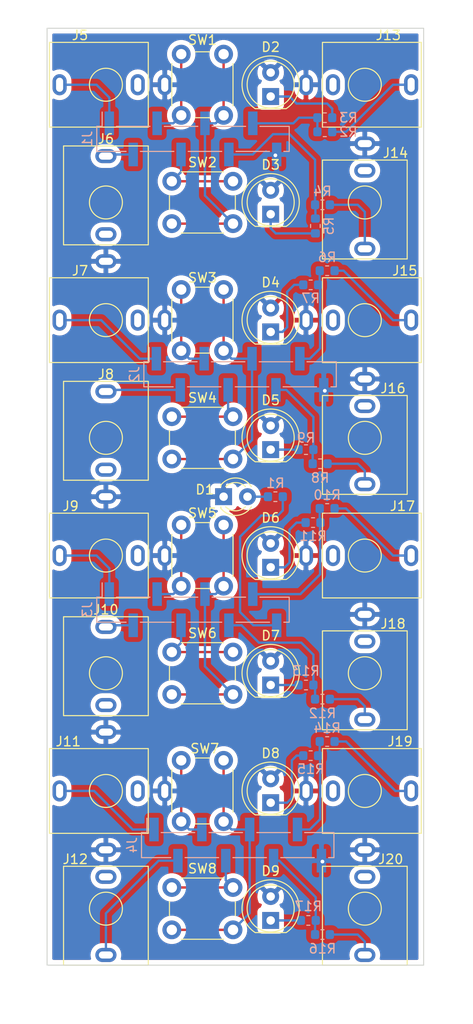
<source format=kicad_pcb>
(kicad_pcb (version 20171130) (host pcbnew "(5.1.6)-1")
  (layers (0 F.Cu signal) (31 B.Cu signal) (34 B.Paste user) (35 F.Paste user) (36 B.SilkS user) (37 F.SilkS user) (38 B.Mask user) (39 F.Mask user) (44 Edge.Cuts user))
  (net 0 "")
  (net 1 "Net-(D1-Pad2)")
  (net 2 GND)
  (net 3 "Net-(D2-Pad1)")
  (net 4 "Net-(D3-Pad1)")
  (net 5 "Net-(D4-Pad1)")
  (net 6 "Net-(D5-Pad1)")
  (net 7 "Net-(D6-Pad1)")
  (net 8 "Net-(D7-Pad1)")
  (net 9 "Net-(D8-Pad1)")
  (net 10 "Net-(D9-Pad1)")
  (net 11 JackO2)
  (net 12 Butt2)
  (net 13 JackI2)
  (net 14 JackO1)
  (net 15 ButtSel1)
  (net 16 Butt1)
  (net 17 JackI1)
  (net 18 JackO4)
  (net 19 Butt4)
  (net 20 JackI4)
  (net 21 JackO3)
  (net 22 ButtSel2)
  (net 23 Butt3)
  (net 24 JackI3)
  (net 25 "Net-(J3-Pad8)")
  (net 26 JackO6)
  (net 27 Butt6)
  (net 28 JackI6)
  (net 29 JackO5)
  (net 30 ButtSel3)
  (net 31 Butt5)
  (net 32 JackI5)
  (net 33 JackO8)
  (net 34 Butt8)
  (net 35 JackI8)
  (net 36 JackO7)
  (net 37 ButtSel4)
  (net 38 Butt7)
  (net 39 JackI7)
  (net 40 "Net-(J13-PadT)")
  (net 41 "Net-(J14-PadT)")
  (net 42 "Net-(J15-PadT)")
  (net 43 "Net-(J16-PadT)")
  (net 44 "Net-(J17-PadT)")
  (net 45 "Net-(J18-PadT)")
  (net 46 "Net-(J19-PadT)")
  (net 47 "Net-(J20-PadT)")
  (module CustomLib:PJ398SM (layer F.Cu) (at 83.5 119 180)
    (fp_text reference J18 (at -3 5.25) (layer F.SilkS))
    (fp_text value AudioJack2)
    (pad S thru_hole oval (at 0 6.25 180) (size 2.25 1.5) (drill oval 1.5 0.75) (layers *.Cu *.Mask) (net 2 GND))
    (pad TN thru_hole oval (at 0 3.38 180) (size 2.25 1.5) (drill oval 1.5 0.75) (layers *.Cu *.Mask))
    (pad T thru_hole oval (at 0 -4.92 180) (size 2.25 1.5) (drill oval 1.5 0.75) (layers *.Cu *.Mask) (net 45 "Net-(J18-PadT)"))
  )
  (module Connector_PinHeader_2.54mm:PinHeader_1x08_P2.54mm_Vertical_SMD_Pin1Left (layer B.Cu) (at 65.25 62.25 270)
    (fp_text reference J1 (at 0 11.22 90) (layer B.SilkS) (effects (justify mirror)))
    (fp_text value Conn_01x08_Male)
    (pad 8 smd rect (at 1.655 -8.89 270) (size 2.51 1) (layers B.Cu B.Paste B.Mask) (net 2 GND))
    (pad 6 smd rect (at 1.655 -3.81 270) (size 2.51 1) (layers B.Cu B.Paste B.Mask) (net 11 JackO2))
    (pad 4 smd rect (at 1.655 1.27 270) (size 2.51 1) (layers B.Cu B.Paste B.Mask) (net 12 Butt2))
    (pad 2 smd rect (at 1.655 6.35 270) (size 2.51 1) (layers B.Cu B.Paste B.Mask) (net 13 JackI2))
    (pad 7 smd rect (at -1.655 -6.35 270) (size 2.51 1) (layers B.Cu B.Paste B.Mask) (net 14 JackO1))
    (pad 5 smd rect (at -1.655 -1.27 270) (size 2.51 1) (layers B.Cu B.Paste B.Mask) (net 15 ButtSel1))
    (pad 3 smd rect (at -1.655 3.81 270) (size 2.51 1) (layers B.Cu B.Paste B.Mask) (net 16 Butt1))
    (pad 1 smd rect (at -1.655 8.89 270) (size 2.51 1) (layers B.Cu B.Paste B.Mask) (net 17 JackI1))
  )
  (module CustomLib:PJ398SM (layer F.Cu) (at 83.5 144 180)
    (fp_text reference J20 (at -2.75 5.25) (layer F.SilkS))
    (fp_text value AudioJack2)
    (pad S thru_hole oval (at 0 6.25 180) (size 2.25 1.5) (drill oval 1.5 0.75) (layers *.Cu *.Mask) (net 2 GND))
    (pad TN thru_hole oval (at 0 3.38 180) (size 2.25 1.5) (drill oval 1.5 0.75) (layers *.Cu *.Mask))
    (pad T thru_hole oval (at 0 -4.92 180) (size 2.25 1.5) (drill oval 1.5 0.75) (layers *.Cu *.Mask) (net 47 "Net-(J20-PadT)"))
  )
  (module CustomLib:PJ398SM (layer F.Cu) (at 83.5 131.5 270)
    (fp_text reference J19 (at -5.25 -3.75 180) (layer F.SilkS))
    (fp_text value AudioJack2)
    (pad S thru_hole oval (at 0 6.25 270) (size 2.25 1.5) (drill oval 1.5 0.75) (layers *.Cu *.Mask) (net 2 GND))
    (pad TN thru_hole oval (at 0 3.38 270) (size 2.25 1.5) (drill oval 1.5 0.75) (layers *.Cu *.Mask))
    (pad T thru_hole oval (at 0 -4.92 270) (size 2.25 1.5) (drill oval 1.5 0.75) (layers *.Cu *.Mask) (net 46 "Net-(J19-PadT)"))
  )
  (module CustomLib:PJ398SM (layer F.Cu) (at 83.5 106.5 270)
    (fp_text reference J17 (at -5.25 -4 180) (layer F.SilkS))
    (fp_text value AudioJack2)
    (pad S thru_hole oval (at 0 6.25 270) (size 2.25 1.5) (drill oval 1.5 0.75) (layers *.Cu *.Mask) (net 2 GND))
    (pad TN thru_hole oval (at 0 3.38 270) (size 2.25 1.5) (drill oval 1.5 0.75) (layers *.Cu *.Mask))
    (pad T thru_hole oval (at 0 -4.92 270) (size 2.25 1.5) (drill oval 1.5 0.75) (layers *.Cu *.Mask) (net 44 "Net-(J17-PadT)"))
  )
  (module CustomLib:PJ398SM (layer F.Cu) (at 83.5 94 180)
    (fp_text reference J16 (at -3 5.25) (layer F.SilkS))
    (fp_text value AudioJack2)
    (pad S thru_hole oval (at 0 6.25 180) (size 2.25 1.5) (drill oval 1.5 0.75) (layers *.Cu *.Mask) (net 2 GND))
    (pad TN thru_hole oval (at 0 3.38 180) (size 2.25 1.5) (drill oval 1.5 0.75) (layers *.Cu *.Mask))
    (pad T thru_hole oval (at 0 -4.92 180) (size 2.25 1.5) (drill oval 1.5 0.75) (layers *.Cu *.Mask) (net 43 "Net-(J16-PadT)"))
  )
  (module CustomLib:PJ398SM (layer F.Cu) (at 83.5 81.5 270)
    (fp_text reference J15 (at -5.25 -4.25 180) (layer F.SilkS))
    (fp_text value AudioJack2)
    (pad S thru_hole oval (at 0 6.25 270) (size 2.25 1.5) (drill oval 1.5 0.75) (layers *.Cu *.Mask) (net 2 GND))
    (pad TN thru_hole oval (at 0 3.38 270) (size 2.25 1.5) (drill oval 1.5 0.75) (layers *.Cu *.Mask))
    (pad T thru_hole oval (at 0 -4.92 270) (size 2.25 1.5) (drill oval 1.5 0.75) (layers *.Cu *.Mask) (net 42 "Net-(J15-PadT)"))
  )
  (module CustomLib:PJ398SM (layer F.Cu) (at 83.5 69 180)
    (fp_text reference J14 (at -3.25 5.25) (layer F.SilkS))
    (fp_text value AudioJack2)
    (pad S thru_hole oval (at 0 6.25 180) (size 2.25 1.5) (drill oval 1.5 0.75) (layers *.Cu *.Mask) (net 2 GND))
    (pad TN thru_hole oval (at 0 3.38 180) (size 2.25 1.5) (drill oval 1.5 0.75) (layers *.Cu *.Mask))
    (pad T thru_hole oval (at 0 -4.92 180) (size 2.25 1.5) (drill oval 1.5 0.75) (layers *.Cu *.Mask) (net 41 "Net-(J14-PadT)"))
  )
  (module CustomLib:PJ398SM (layer F.Cu) (at 83.5 56.5 270)
    (fp_text reference J13 (at -5.25 -2.5 180) (layer F.SilkS))
    (fp_text value AudioJack2)
    (pad S thru_hole oval (at 0 6.25 270) (size 2.25 1.5) (drill oval 1.5 0.75) (layers *.Cu *.Mask) (net 2 GND))
    (pad TN thru_hole oval (at 0 3.38 270) (size 2.25 1.5) (drill oval 1.5 0.75) (layers *.Cu *.Mask))
    (pad T thru_hole oval (at 0 -4.92 270) (size 2.25 1.5) (drill oval 1.5 0.75) (layers *.Cu *.Mask) (net 40 "Net-(J13-PadT)"))
  )
  (module CustomLib:PJ398SM (layer F.Cu) (at 56 144 180)
    (fp_text reference J12 (at 3.25 5.25) (layer F.SilkS))
    (fp_text value AudioJack2)
    (pad S thru_hole oval (at 0 6.25 180) (size 2.25 1.5) (drill oval 1.5 0.75) (layers *.Cu *.Mask) (net 2 GND))
    (pad TN thru_hole oval (at 0 3.38 180) (size 2.25 1.5) (drill oval 1.5 0.75) (layers *.Cu *.Mask))
    (pad T thru_hole oval (at 0 -4.92 180) (size 2.25 1.5) (drill oval 1.5 0.75) (layers *.Cu *.Mask) (net 35 JackI8))
  )
  (module CustomLib:PJ398SM (layer F.Cu) (at 56 131.5 90)
    (fp_text reference J11 (at 5.25 -4 180) (layer F.SilkS))
    (fp_text value AudioJack2)
    (pad S thru_hole oval (at 0 6.25 90) (size 2.25 1.5) (drill oval 1.5 0.75) (layers *.Cu *.Mask) (net 2 GND))
    (pad TN thru_hole oval (at 0 3.38 90) (size 2.25 1.5) (drill oval 1.5 0.75) (layers *.Cu *.Mask))
    (pad T thru_hole oval (at 0 -4.92 90) (size 2.25 1.5) (drill oval 1.5 0.75) (layers *.Cu *.Mask) (net 39 JackI7))
  )
  (module CustomLib:PJ398SM (layer F.Cu) (at 56 119)
    (fp_text reference J10 (at 0 -6.75) (layer F.SilkS))
    (fp_text value AudioJack2)
    (pad S thru_hole oval (at 0 6.25) (size 2.25 1.5) (drill oval 1.5 0.75) (layers *.Cu *.Mask) (net 2 GND))
    (pad TN thru_hole oval (at 0 3.38) (size 2.25 1.5) (drill oval 1.5 0.75) (layers *.Cu *.Mask))
    (pad T thru_hole oval (at 0 -4.92) (size 2.25 1.5) (drill oval 1.5 0.75) (layers *.Cu *.Mask) (net 28 JackI6))
  )
  (module CustomLib:PJ398SM (layer F.Cu) (at 56 106.5 90)
    (fp_text reference J9 (at 5.25 -3.75 180) (layer F.SilkS))
    (fp_text value AudioJack2)
    (pad S thru_hole oval (at 0 6.25 90) (size 2.25 1.5) (drill oval 1.5 0.75) (layers *.Cu *.Mask) (net 2 GND))
    (pad TN thru_hole oval (at 0 3.38 90) (size 2.25 1.5) (drill oval 1.5 0.75) (layers *.Cu *.Mask))
    (pad T thru_hole oval (at 0 -4.92 90) (size 2.25 1.5) (drill oval 1.5 0.75) (layers *.Cu *.Mask) (net 32 JackI5))
  )
  (module CustomLib:PJ398SM (layer F.Cu) (at 56 94)
    (fp_text reference J8 (at 0 -6.75) (layer F.SilkS))
    (fp_text value AudioJack2)
    (pad S thru_hole oval (at 0 6.25) (size 2.25 1.5) (drill oval 1.5 0.75) (layers *.Cu *.Mask) (net 2 GND))
    (pad TN thru_hole oval (at 0 3.38) (size 2.25 1.5) (drill oval 1.5 0.75) (layers *.Cu *.Mask))
    (pad T thru_hole oval (at 0 -4.92) (size 2.25 1.5) (drill oval 1.5 0.75) (layers *.Cu *.Mask) (net 20 JackI4))
  )
  (module CustomLib:PJ398SM (layer F.Cu) (at 56 81.5 90)
    (fp_text reference J7 (at 5.25 -2.75 180) (layer F.SilkS))
    (fp_text value AudioJack2)
    (pad S thru_hole oval (at 0 6.25 90) (size 2.25 1.5) (drill oval 1.5 0.75) (layers *.Cu *.Mask) (net 2 GND))
    (pad TN thru_hole oval (at 0 3.38 90) (size 2.25 1.5) (drill oval 1.5 0.75) (layers *.Cu *.Mask))
    (pad T thru_hole oval (at 0 -4.92 90) (size 2.25 1.5) (drill oval 1.5 0.75) (layers *.Cu *.Mask) (net 24 JackI3))
  )
  (module CustomLib:PJ398SM (layer F.Cu) (at 56 69)
    (fp_text reference J6 (at 0 -6.75) (layer F.SilkS))
    (fp_text value AudioJack2)
    (pad S thru_hole oval (at 0 6.25) (size 2.25 1.5) (drill oval 1.5 0.75) (layers *.Cu *.Mask) (net 2 GND))
    (pad TN thru_hole oval (at 0 3.38) (size 2.25 1.5) (drill oval 1.5 0.75) (layers *.Cu *.Mask))
    (pad T thru_hole oval (at 0 -4.92) (size 2.25 1.5) (drill oval 1.5 0.75) (layers *.Cu *.Mask) (net 13 JackI2))
  )
  (module CustomLib:PJ398SM (layer F.Cu) (at 56 56.5 90)
    (fp_text reference J5 (at 5.25 -2.75 180) (layer F.SilkS))
    (fp_text value AudioJack2)
    (pad S thru_hole oval (at 0 6.25 90) (size 2.25 1.5) (drill oval 1.5 0.75) (layers *.Cu *.Mask) (net 2 GND))
    (pad TN thru_hole oval (at 0 3.38 90) (size 2.25 1.5) (drill oval 1.5 0.75) (layers *.Cu *.Mask))
    (pad T thru_hole oval (at 0 -4.92 90) (size 2.25 1.5) (drill oval 1.5 0.75) (layers *.Cu *.Mask) (net 17 JackI1))
  )
  (module LED_THT:LED_D5.0mm_FlatTop (layer F.Cu) (at 73.5 145.25 90)
    (fp_text reference D9 (at 5.25 0 180) (layer F.SilkS))
    (fp_text value LED_RG)
    (pad 2 thru_hole circle (at 2.54 0 90) (size 1.8 1.8) (drill 0.9) (layers *.Cu *.Mask) (net 2 GND))
    (pad 1 thru_hole rect (at 0 0 90) (size 1.8 1.8) (drill 0.9) (layers *.Cu *.Mask) (net 10 "Net-(D9-Pad1)"))
  )
  (module LED_THT:LED_D5.0mm_FlatTop (layer F.Cu) (at 73.5 132.75 90)
    (fp_text reference D8 (at 5.25 0 180) (layer F.SilkS))
    (fp_text value LED_RG)
    (pad 2 thru_hole circle (at 2.54 0 90) (size 1.8 1.8) (drill 0.9) (layers *.Cu *.Mask) (net 2 GND))
    (pad 1 thru_hole rect (at 0 0 90) (size 1.8 1.8) (drill 0.9) (layers *.Cu *.Mask) (net 9 "Net-(D8-Pad1)"))
  )
  (module LED_THT:LED_D5.0mm_FlatTop (layer F.Cu) (at 73.5 120.25 90)
    (fp_text reference D7 (at 5.25 0 180) (layer F.SilkS))
    (fp_text value LED_RG)
    (pad 2 thru_hole circle (at 2.54 0 90) (size 1.8 1.8) (drill 0.9) (layers *.Cu *.Mask) (net 2 GND))
    (pad 1 thru_hole rect (at 0 0 90) (size 1.8 1.8) (drill 0.9) (layers *.Cu *.Mask) (net 8 "Net-(D7-Pad1)"))
  )
  (module LED_THT:LED_D5.0mm_FlatTop (layer F.Cu) (at 73.5 107.75 90)
    (fp_text reference D6 (at 5.25 0 180) (layer F.SilkS))
    (fp_text value LED_RG)
    (pad 2 thru_hole circle (at 2.54 0 90) (size 1.8 1.8) (drill 0.9) (layers *.Cu *.Mask) (net 2 GND))
    (pad 1 thru_hole rect (at 0 0 90) (size 1.8 1.8) (drill 0.9) (layers *.Cu *.Mask) (net 7 "Net-(D6-Pad1)"))
  )
  (module LED_THT:LED_D5.0mm_FlatTop (layer F.Cu) (at 73.5 95.25 90)
    (fp_text reference D5 (at 5.25 0 180) (layer F.SilkS))
    (fp_text value LED_RG)
    (pad 2 thru_hole circle (at 2.54 0 90) (size 1.8 1.8) (drill 0.9) (layers *.Cu *.Mask) (net 2 GND))
    (pad 1 thru_hole rect (at 0 0 90) (size 1.8 1.8) (drill 0.9) (layers *.Cu *.Mask) (net 6 "Net-(D5-Pad1)"))
  )
  (module LED_THT:LED_D5.0mm_FlatTop (layer F.Cu) (at 73.5 82.75 90)
    (fp_text reference D4 (at 5.25 0 180) (layer F.SilkS))
    (fp_text value LED_RG)
    (pad 2 thru_hole circle (at 2.54 0 90) (size 1.8 1.8) (drill 0.9) (layers *.Cu *.Mask) (net 2 GND))
    (pad 1 thru_hole rect (at 0 0 90) (size 1.8 1.8) (drill 0.9) (layers *.Cu *.Mask) (net 5 "Net-(D4-Pad1)"))
  )
  (module LED_THT:LED_D5.0mm_FlatTop (layer F.Cu) (at 73.5 70.25 90)
    (fp_text reference D3 (at 5.25 0 180) (layer F.SilkS))
    (fp_text value LED_RG)
    (pad 2 thru_hole circle (at 2.54 0 90) (size 1.8 1.8) (drill 0.9) (layers *.Cu *.Mask) (net 2 GND))
    (pad 1 thru_hole rect (at 0 0 90) (size 1.8 1.8) (drill 0.9) (layers *.Cu *.Mask) (net 4 "Net-(D3-Pad1)"))
  )
  (module LED_THT:LED_D5.0mm_FlatTop (layer F.Cu) (at 73.5 57.75 90)
    (fp_text reference D2 (at 5.25 0 180) (layer F.SilkS))
    (fp_text value LED_RG)
    (pad 2 thru_hole circle (at 2.54 0 90) (size 1.8 1.8) (drill 0.9) (layers *.Cu *.Mask) (net 2 GND))
    (pad 1 thru_hole rect (at 0 0 90) (size 1.8 1.8) (drill 0.9) (layers *.Cu *.Mask) (net 3 "Net-(D2-Pad1)"))
  )
  (module Button_Switch_THT:SW_PUSH_6mm_H13mm (layer F.Cu) (at 63 141.75)
    (fp_text reference SW8 (at 3.25 -2) (layer F.SilkS))
    (fp_text value SW_SPST)
    (pad 1 thru_hole circle (at 6.5 0 90) (size 2 2) (drill 1.1) (layers *.Cu *.Mask) (net 34 Butt8))
    (pad 2 thru_hole circle (at 6.5 4.5 90) (size 2 2) (drill 1.1) (layers *.Cu *.Mask) (net 37 ButtSel4))
    (pad 1 thru_hole circle (at 0 0 90) (size 2 2) (drill 1.1) (layers *.Cu *.Mask) (net 34 Butt8))
    (pad 2 thru_hole circle (at 0 4.5 90) (size 2 2) (drill 1.1) (layers *.Cu *.Mask) (net 37 ButtSel4))
  )
  (module Button_Switch_THT:SW_PUSH_6mm_H13mm (layer F.Cu) (at 64 134.75 90)
    (fp_text reference SW7 (at 7.75 2.5 180) (layer F.SilkS))
    (fp_text value SW_SPST)
    (pad 1 thru_hole circle (at 6.5 0 180) (size 2 2) (drill 1.1) (layers *.Cu *.Mask) (net 38 Butt7))
    (pad 2 thru_hole circle (at 6.5 4.5 180) (size 2 2) (drill 1.1) (layers *.Cu *.Mask) (net 37 ButtSel4))
    (pad 1 thru_hole circle (at 0 0 180) (size 2 2) (drill 1.1) (layers *.Cu *.Mask) (net 38 Butt7))
    (pad 2 thru_hole circle (at 0 4.5 180) (size 2 2) (drill 1.1) (layers *.Cu *.Mask) (net 37 ButtSel4))
  )
  (module Button_Switch_THT:SW_PUSH_6mm_H13mm (layer F.Cu) (at 63 116.75)
    (fp_text reference SW6 (at 3.25 -2) (layer F.SilkS))
    (fp_text value SW_SPST)
    (pad 1 thru_hole circle (at 6.5 0 90) (size 2 2) (drill 1.1) (layers *.Cu *.Mask) (net 27 Butt6))
    (pad 2 thru_hole circle (at 6.5 4.5 90) (size 2 2) (drill 1.1) (layers *.Cu *.Mask) (net 30 ButtSel3))
    (pad 1 thru_hole circle (at 0 0 90) (size 2 2) (drill 1.1) (layers *.Cu *.Mask) (net 27 Butt6))
    (pad 2 thru_hole circle (at 0 4.5 90) (size 2 2) (drill 1.1) (layers *.Cu *.Mask) (net 30 ButtSel3))
  )
  (module Button_Switch_THT:SW_PUSH_6mm_H13mm (layer F.Cu) (at 64 109.75 90)
    (fp_text reference SW5 (at 7.75 2.25 180) (layer F.SilkS))
    (fp_text value SW_SPST)
    (pad 1 thru_hole circle (at 6.5 0 180) (size 2 2) (drill 1.1) (layers *.Cu *.Mask) (net 31 Butt5))
    (pad 2 thru_hole circle (at 6.5 4.5 180) (size 2 2) (drill 1.1) (layers *.Cu *.Mask) (net 30 ButtSel3))
    (pad 1 thru_hole circle (at 0 0 180) (size 2 2) (drill 1.1) (layers *.Cu *.Mask) (net 31 Butt5))
    (pad 2 thru_hole circle (at 0 4.5 180) (size 2 2) (drill 1.1) (layers *.Cu *.Mask) (net 30 ButtSel3))
  )
  (module Button_Switch_THT:SW_PUSH_6mm_H13mm (layer F.Cu) (at 63 91.75)
    (fp_text reference SW4 (at 3.25 -2) (layer F.SilkS))
    (fp_text value SW_SPST)
    (pad 1 thru_hole circle (at 6.5 0 90) (size 2 2) (drill 1.1) (layers *.Cu *.Mask) (net 19 Butt4))
    (pad 2 thru_hole circle (at 6.5 4.5 90) (size 2 2) (drill 1.1) (layers *.Cu *.Mask) (net 22 ButtSel2))
    (pad 1 thru_hole circle (at 0 0 90) (size 2 2) (drill 1.1) (layers *.Cu *.Mask) (net 19 Butt4))
    (pad 2 thru_hole circle (at 0 4.5 90) (size 2 2) (drill 1.1) (layers *.Cu *.Mask) (net 22 ButtSel2))
  )
  (module Button_Switch_THT:SW_PUSH_6mm_H13mm (layer F.Cu) (at 64 84.75 90)
    (fp_text reference SW3 (at 7.75 2.25 180) (layer F.SilkS))
    (fp_text value SW_SPST)
    (pad 1 thru_hole circle (at 6.5 0 180) (size 2 2) (drill 1.1) (layers *.Cu *.Mask) (net 23 Butt3))
    (pad 2 thru_hole circle (at 6.5 4.5 180) (size 2 2) (drill 1.1) (layers *.Cu *.Mask) (net 22 ButtSel2))
    (pad 1 thru_hole circle (at 0 0 180) (size 2 2) (drill 1.1) (layers *.Cu *.Mask) (net 23 Butt3))
    (pad 2 thru_hole circle (at 0 4.5 180) (size 2 2) (drill 1.1) (layers *.Cu *.Mask) (net 22 ButtSel2))
  )
  (module Button_Switch_THT:SW_PUSH_6mm_H13mm (layer F.Cu) (at 63 66.75)
    (fp_text reference SW2 (at 3.25 -2) (layer F.SilkS))
    (fp_text value SW_SPST)
    (pad 1 thru_hole circle (at 6.5 0 90) (size 2 2) (drill 1.1) (layers *.Cu *.Mask) (net 12 Butt2))
    (pad 2 thru_hole circle (at 6.5 4.5 90) (size 2 2) (drill 1.1) (layers *.Cu *.Mask) (net 15 ButtSel1))
    (pad 1 thru_hole circle (at 0 0 90) (size 2 2) (drill 1.1) (layers *.Cu *.Mask) (net 12 Butt2))
    (pad 2 thru_hole circle (at 0 4.5 90) (size 2 2) (drill 1.1) (layers *.Cu *.Mask) (net 15 ButtSel1))
  )
  (module Button_Switch_THT:SW_PUSH_6mm_H13mm (layer F.Cu) (at 64 59.75 90)
    (fp_text reference SW1 (at 8 2.25 180) (layer F.SilkS))
    (fp_text value SW_SPST)
    (pad 1 thru_hole circle (at 6.5 0 180) (size 2 2) (drill 1.1) (layers *.Cu *.Mask) (net 16 Butt1))
    (pad 2 thru_hole circle (at 6.5 4.5 180) (size 2 2) (drill 1.1) (layers *.Cu *.Mask) (net 15 ButtSel1))
    (pad 1 thru_hole circle (at 0 0 180) (size 2 2) (drill 1.1) (layers *.Cu *.Mask) (net 16 Butt1))
    (pad 2 thru_hole circle (at 0 4.5 180) (size 2 2) (drill 1.1) (layers *.Cu *.Mask) (net 15 ButtSel1))
  )
  (module Resistor_SMD:R_0603_1608Metric (layer B.Cu) (at 77.5 145.25)
    (fp_text reference R17 (at 0 -1.5) (layer B.SilkS) (effects (justify mirror)))
    (fp_text value 1k)
    (pad 2 smd roundrect (at 0.7875 0) (size 0.875 0.95) (layers B.Cu B.Paste B.Mask) (net 33 JackO8))
    (pad 1 smd roundrect (at -0.7875 0) (size 0.875 0.95) (layers B.Cu B.Paste B.Mask) (net 10 "Net-(D9-Pad1)"))
  )
  (module Resistor_SMD:R_0603_1608Metric (layer B.Cu) (at 79 146.75 180)
    (fp_text reference R16 (at 0 -1.5) (layer B.SilkS) (effects (justify mirror)))
    (fp_text value 1k)
    (pad 2 smd roundrect (at 0.7875 0 180) (size 0.875 0.95) (layers B.Cu B.Paste B.Mask) (net 33 JackO8))
    (pad 1 smd roundrect (at -0.7875 0 180) (size 0.875 0.95) (layers B.Cu B.Paste B.Mask) (net 47 "Net-(J20-PadT)"))
  )
  (module Resistor_SMD:R_0603_1608Metric (layer B.Cu) (at 77.75 127.75)
    (fp_text reference R15 (at 0 1.43) (layer B.SilkS) (effects (justify mirror)))
    (fp_text value 1k)
    (pad 2 smd roundrect (at 0.7875 0) (size 0.875 0.95) (layers B.Cu B.Paste B.Mask) (net 36 JackO7))
    (pad 1 smd roundrect (at -0.7875 0) (size 0.875 0.95) (layers B.Cu B.Paste B.Mask) (net 9 "Net-(D8-Pad1)"))
  )
  (module Resistor_SMD:R_0603_1608Metric (layer B.Cu) (at 79.5 126.25 180)
    (fp_text reference R14 (at 0 1.43) (layer B.SilkS) (effects (justify mirror)))
    (fp_text value 1k)
    (pad 2 smd roundrect (at 0.7875 0 180) (size 0.875 0.95) (layers B.Cu B.Paste B.Mask) (net 36 JackO7))
    (pad 1 smd roundrect (at -0.7875 0 180) (size 0.875 0.95) (layers B.Cu B.Paste B.Mask) (net 46 "Net-(J19-PadT)"))
  )
  (module Resistor_SMD:R_0603_1608Metric (layer B.Cu) (at 77.25 120.25)
    (fp_text reference R13 (at 0 -1.5) (layer B.SilkS) (effects (justify mirror)))
    (fp_text value 1k)
    (pad 2 smd roundrect (at 0.7875 0) (size 0.875 0.95) (layers B.Cu B.Paste B.Mask) (net 26 JackO6))
    (pad 1 smd roundrect (at -0.7875 0) (size 0.875 0.95) (layers B.Cu B.Paste B.Mask) (net 8 "Net-(D7-Pad1)"))
  )
  (module Resistor_SMD:R_0603_1608Metric (layer B.Cu) (at 79 121.75 180)
    (fp_text reference R12 (at 0 -1.5) (layer B.SilkS) (effects (justify mirror)))
    (fp_text value 1k)
    (pad 2 smd roundrect (at 0.7875 0 180) (size 0.875 0.95) (layers B.Cu B.Paste B.Mask) (net 26 JackO6))
    (pad 1 smd roundrect (at -0.7875 0 180) (size 0.875 0.95) (layers B.Cu B.Paste B.Mask) (net 45 "Net-(J18-PadT)"))
  )
  (module Resistor_SMD:R_0603_1608Metric (layer B.Cu) (at 78 103)
    (fp_text reference R11 (at 0 1.43) (layer B.SilkS) (effects (justify mirror)))
    (fp_text value 1k)
    (pad 2 smd roundrect (at 0.7875 0) (size 0.875 0.95) (layers B.Cu B.Paste B.Mask) (net 29 JackO5))
    (pad 1 smd roundrect (at -0.7875 0) (size 0.875 0.95) (layers B.Cu B.Paste B.Mask) (net 7 "Net-(D6-Pad1)"))
  )
  (module Resistor_SMD:R_0603_1608Metric (layer B.Cu) (at 79.5 101.5 180)
    (fp_text reference R10 (at 0 1.43) (layer B.SilkS) (effects (justify mirror)))
    (fp_text value 1k)
    (pad 2 smd roundrect (at 0.7875 0 180) (size 0.875 0.95) (layers B.Cu B.Paste B.Mask) (net 29 JackO5))
    (pad 1 smd roundrect (at -0.7875 0 180) (size 0.875 0.95) (layers B.Cu B.Paste B.Mask) (net 44 "Net-(J17-PadT)"))
  )
  (module Resistor_SMD:R_0603_1608Metric (layer B.Cu) (at 77.25 95.25)
    (fp_text reference R9 (at 0 -1.25) (layer B.SilkS) (effects (justify mirror)))
    (fp_text value 1k)
    (pad 2 smd roundrect (at 0.7875 0) (size 0.875 0.95) (layers B.Cu B.Paste B.Mask) (net 18 JackO4))
    (pad 1 smd roundrect (at -0.7875 0) (size 0.875 0.95) (layers B.Cu B.Paste B.Mask) (net 6 "Net-(D5-Pad1)"))
  )
  (module Resistor_SMD:R_0603_1608Metric (layer B.Cu) (at 78.75 96.75 180)
    (fp_text reference R8 (at 0 -1.5) (layer B.SilkS) (effects (justify mirror)))
    (fp_text value 1k)
    (pad 2 smd roundrect (at 0.7875 0 180) (size 0.875 0.95) (layers B.Cu B.Paste B.Mask) (net 18 JackO4))
    (pad 1 smd roundrect (at -0.7875 0 180) (size 0.875 0.95) (layers B.Cu B.Paste B.Mask) (net 43 "Net-(J16-PadT)"))
  )
  (module Resistor_SMD:R_0603_1608Metric (layer B.Cu) (at 77.75 77.75)
    (fp_text reference R7 (at 0 1.43) (layer B.SilkS) (effects (justify mirror)))
    (fp_text value 1k)
    (pad 2 smd roundrect (at 0.7875 0) (size 0.875 0.95) (layers B.Cu B.Paste B.Mask) (net 21 JackO3))
    (pad 1 smd roundrect (at -0.7875 0) (size 0.875 0.95) (layers B.Cu B.Paste B.Mask) (net 5 "Net-(D4-Pad1)"))
  )
  (module Resistor_SMD:R_0603_1608Metric (layer B.Cu) (at 79.5 76.25 180)
    (fp_text reference R6 (at 0 1.43) (layer B.SilkS) (effects (justify mirror)))
    (fp_text value 1k)
    (pad 2 smd roundrect (at 0.7875 0 180) (size 0.875 0.95) (layers B.Cu B.Paste B.Mask) (net 21 JackO3))
    (pad 1 smd roundrect (at -0.7875 0 180) (size 0.875 0.95) (layers B.Cu B.Paste B.Mask) (net 42 "Net-(J15-PadT)"))
  )
  (module Resistor_SMD:R_0603_1608Metric (layer B.Cu) (at 78.25 71.5 90)
    (fp_text reference R5 (at 0 1.43 90) (layer B.SilkS) (effects (justify mirror)))
    (fp_text value 1k)
    (pad 2 smd roundrect (at 0.7875 0 90) (size 0.875 0.95) (layers B.Cu B.Paste B.Mask) (net 11 JackO2))
    (pad 1 smd roundrect (at -0.7875 0 90) (size 0.875 0.95) (layers B.Cu B.Paste B.Mask) (net 4 "Net-(D3-Pad1)"))
  )
  (module Resistor_SMD:R_0603_1608Metric (layer B.Cu) (at 79 69.25 180)
    (fp_text reference R4 (at 0 1.43) (layer B.SilkS) (effects (justify mirror)))
    (fp_text value 1k)
    (pad 2 smd roundrect (at 0.7875 0 180) (size 0.875 0.95) (layers B.Cu B.Paste B.Mask) (net 11 JackO2))
    (pad 1 smd roundrect (at -0.7875 0 180) (size 0.875 0.95) (layers B.Cu B.Paste B.Mask) (net 41 "Net-(J14-PadT)"))
  )
  (module Resistor_SMD:R_0603_1608Metric (layer B.Cu) (at 79.25 60 180)
    (fp_text reference R3 (at -2.5 0) (layer B.SilkS) (effects (justify mirror)))
    (fp_text value 1k)
    (pad 2 smd roundrect (at 0.7875 0 180) (size 0.875 0.95) (layers B.Cu B.Paste B.Mask) (net 14 JackO1))
    (pad 1 smd roundrect (at -0.7875 0 180) (size 0.875 0.95) (layers B.Cu B.Paste B.Mask) (net 3 "Net-(D2-Pad1)"))
  )
  (module Resistor_SMD:R_0603_1608Metric (layer B.Cu) (at 79.25 61.5 180)
    (fp_text reference R2 (at -2.5 0) (layer B.SilkS) (effects (justify mirror)))
    (fp_text value 1k)
    (pad 2 smd roundrect (at 0.7875 0 180) (size 0.875 0.95) (layers B.Cu B.Paste B.Mask) (net 14 JackO1))
    (pad 1 smd roundrect (at -0.7875 0 180) (size 0.875 0.95) (layers B.Cu B.Paste B.Mask) (net 40 "Net-(J13-PadT)"))
  )
  (module Resistor_SMD:R_0603_1608Metric (layer B.Cu) (at 74 100.25 180)
    (fp_text reference R1 (at 0 1.43) (layer B.SilkS) (effects (justify mirror)))
    (fp_text value 470)
    (pad 2 smd roundrect (at 0.7875 0 180) (size 0.875 0.95) (layers B.Cu B.Paste B.Mask) (net 1 "Net-(D1-Pad2)"))
    (pad 1 smd roundrect (at -0.7875 0 180) (size 0.875 0.95) (layers B.Cu B.Paste B.Mask) (net 25 "Net-(J3-Pad8)"))
  )
  (module Connector_PinHeader_2.54mm:PinHeader_1x08_P2.54mm_Vertical_SMD_Pin1Left (layer B.Cu) (at 70 137.25 270)
    (fp_text reference J4 (at 0 11.22 90) (layer B.SilkS) (effects (justify mirror)))
    (fp_text value Conn_01x08_Male)
    (pad 8 smd rect (at 1.655 -8.89 270) (size 2.51 1) (layers B.Cu B.Paste B.Mask) (net 2 GND))
    (pad 6 smd rect (at 1.655 -3.81 270) (size 2.51 1) (layers B.Cu B.Paste B.Mask) (net 33 JackO8))
    (pad 4 smd rect (at 1.655 1.27 270) (size 2.51 1) (layers B.Cu B.Paste B.Mask) (net 34 Butt8))
    (pad 2 smd rect (at 1.655 6.35 270) (size 2.51 1) (layers B.Cu B.Paste B.Mask) (net 35 JackI8))
    (pad 7 smd rect (at -1.655 -6.35 270) (size 2.51 1) (layers B.Cu B.Paste B.Mask) (net 36 JackO7))
    (pad 5 smd rect (at -1.655 -1.27 270) (size 2.51 1) (layers B.Cu B.Paste B.Mask) (net 37 ButtSel4))
    (pad 3 smd rect (at -1.655 3.81 270) (size 2.51 1) (layers B.Cu B.Paste B.Mask) (net 38 Butt7))
    (pad 1 smd rect (at -1.655 8.89 270) (size 2.51 1) (layers B.Cu B.Paste B.Mask) (net 39 JackI7))
  )
  (module Connector_PinHeader_2.54mm:PinHeader_1x08_P2.54mm_Vertical_SMD_Pin1Left (layer B.Cu) (at 65.25 112.25 270)
    (fp_text reference J3 (at 0 11.22 90) (layer B.SilkS) (effects (justify mirror)))
    (fp_text value Conn_01x08_Male)
    (pad 8 smd rect (at 1.655 -8.89 270) (size 2.51 1) (layers B.Cu B.Paste B.Mask) (net 25 "Net-(J3-Pad8)"))
    (pad 6 smd rect (at 1.655 -3.81 270) (size 2.51 1) (layers B.Cu B.Paste B.Mask) (net 26 JackO6))
    (pad 4 smd rect (at 1.655 1.27 270) (size 2.51 1) (layers B.Cu B.Paste B.Mask) (net 27 Butt6))
    (pad 2 smd rect (at 1.655 6.35 270) (size 2.51 1) (layers B.Cu B.Paste B.Mask) (net 28 JackI6))
    (pad 7 smd rect (at -1.655 -6.35 270) (size 2.51 1) (layers B.Cu B.Paste B.Mask) (net 29 JackO5))
    (pad 5 smd rect (at -1.655 -1.27 270) (size 2.51 1) (layers B.Cu B.Paste B.Mask) (net 30 ButtSel3))
    (pad 3 smd rect (at -1.655 3.81 270) (size 2.51 1) (layers B.Cu B.Paste B.Mask) (net 31 Butt5))
    (pad 1 smd rect (at -1.655 8.89 270) (size 2.51 1) (layers B.Cu B.Paste B.Mask) (net 32 JackI5))
  )
  (module Connector_PinHeader_2.54mm:PinHeader_1x08_P2.54mm_Vertical_SMD_Pin1Left (layer B.Cu) (at 70.25 87.25 270)
    (fp_text reference J2 (at 0 11.22 90) (layer B.SilkS) (effects (justify mirror)))
    (fp_text value Conn_01x08_Male)
    (pad 8 smd rect (at 1.655 -8.89 270) (size 2.51 1) (layers B.Cu B.Paste B.Mask) (net 2 GND))
    (pad 6 smd rect (at 1.655 -3.81 270) (size 2.51 1) (layers B.Cu B.Paste B.Mask) (net 18 JackO4))
    (pad 4 smd rect (at 1.655 1.27 270) (size 2.51 1) (layers B.Cu B.Paste B.Mask) (net 19 Butt4))
    (pad 2 smd rect (at 1.655 6.35 270) (size 2.51 1) (layers B.Cu B.Paste B.Mask) (net 20 JackI4))
    (pad 7 smd rect (at -1.655 -6.35 270) (size 2.51 1) (layers B.Cu B.Paste B.Mask) (net 21 JackO3))
    (pad 5 smd rect (at -1.655 -1.27 270) (size 2.51 1) (layers B.Cu B.Paste B.Mask) (net 22 ButtSel2))
    (pad 3 smd rect (at -1.655 3.81 270) (size 2.51 1) (layers B.Cu B.Paste B.Mask) (net 23 Butt3))
    (pad 1 smd rect (at -1.655 8.89 270) (size 2.51 1) (layers B.Cu B.Paste B.Mask) (net 24 JackI3))
  )
  (module LED_THT:LED_D3.0mm (layer F.Cu) (at 68.5 100.25)
    (fp_text reference D1 (at -2 -0.75) (layer F.SilkS))
    (fp_text value LED)
    (pad 2 thru_hole circle (at 2.54 0) (size 1.8 1.8) (drill 0.9) (layers *.Cu *.Mask) (net 1 "Net-(D1-Pad2)"))
    (pad 1 thru_hole rect (at 0 0) (size 1.8 1.8) (drill 0.9) (layers *.Cu *.Mask) (net 2 GND))
  )
  (gr_line (start 89.75 150) (end 49.75 150) (layer Edge.Cuts) (width 0.1))
  (gr_line (start 89.75 50.5) (end 89.75 150) (layer Edge.Cuts) (width 0.1))
  (gr_line (start 49.75 50.5) (end 89.75 50.5) (layer Edge.Cuts) (width 0.1))
  (gr_line (start 49.75 150) (end 49.75 50.5) (layer Edge.Cuts) (width 0.1))
  (segment (start 71.04 100.25) (end 73.2125 100.25) (width 0.25) (layer B.Cu) (net 1))
  (via (at 79 139) (size 0.8) (drill 0.4) (layers F.Cu B.Cu) (net 2))
  (via (at 79.25 89) (size 0.8) (drill 0.4) (layers F.Cu B.Cu) (net 2))
  (segment (start 74.14 63.905) (end 74.095 63.905) (width 0.25) (layer B.Cu) (net 2))
  (via (at 74 64) (size 0.8) (drill 0.4) (layers F.Cu B.Cu) (net 2))
  (segment (start 74.095 63.905) (end 74 64) (width 0.25) (layer B.Cu) (net 2))
  (segment (start 73.5 57.75) (end 75.5 57.75) (width 0.25) (layer B.Cu) (net 3))
  (segment (start 75.5 57.75) (end 76.25 58.5) (width 0.25) (layer B.Cu) (net 3))
  (segment (start 76.25 58.5) (end 79.5 58.5) (width 0.25) (layer B.Cu) (net 3))
  (segment (start 80.0375 59.0375) (end 80.0375 60) (width 0.25) (layer B.Cu) (net 3))
  (segment (start 79.5 58.5) (end 80.0375 59.0375) (width 0.25) (layer B.Cu) (net 3))
  (segment (start 78.25 72.2875) (end 74.0375 72.2875) (width 0.25) (layer B.Cu) (net 4))
  (segment (start 73.5 71.75) (end 73.5 70.25) (width 0.25) (layer B.Cu) (net 4))
  (segment (start 74.0375 72.2875) (end 73.5 71.75) (width 0.25) (layer B.Cu) (net 4))
  (segment (start 76.9625 77.75) (end 76 77.75) (width 0.25) (layer B.Cu) (net 5))
  (segment (start 76 77.75) (end 75.25 78.5) (width 0.25) (layer B.Cu) (net 5))
  (segment (start 75.25 78.5) (end 75.25 82.25) (width 0.25) (layer B.Cu) (net 5))
  (segment (start 74.75 82.75) (end 73.5 82.75) (width 0.25) (layer B.Cu) (net 5))
  (segment (start 75.25 82.25) (end 74.75 82.75) (width 0.25) (layer B.Cu) (net 5))
  (segment (start 76.4625 95.25) (end 73.5 95.25) (width 0.25) (layer B.Cu) (net 6))
  (segment (start 77.2125 103) (end 76.25 103) (width 0.25) (layer B.Cu) (net 7))
  (segment (start 76.25 103) (end 75.5 103.75) (width 0.25) (layer B.Cu) (net 7))
  (segment (start 75.5 103.75) (end 75.5 107.25) (width 0.25) (layer B.Cu) (net 7))
  (segment (start 75 107.75) (end 73.5 107.75) (width 0.25) (layer B.Cu) (net 7))
  (segment (start 75.5 107.25) (end 75 107.75) (width 0.25) (layer B.Cu) (net 7))
  (segment (start 76.4625 120.25) (end 73.5 120.25) (width 0.25) (layer B.Cu) (net 8))
  (segment (start 76.9625 127.75) (end 76.25 127.75) (width 0.25) (layer B.Cu) (net 9))
  (segment (start 76.25 127.75) (end 75.75 128.25) (width 0.25) (layer B.Cu) (net 9))
  (segment (start 75.75 128.25) (end 75.75 132.25) (width 0.25) (layer B.Cu) (net 9))
  (segment (start 75.25 132.75) (end 73.5 132.75) (width 0.25) (layer B.Cu) (net 9))
  (segment (start 75.75 132.25) (end 75.25 132.75) (width 0.25) (layer B.Cu) (net 9))
  (segment (start 76.7125 145.25) (end 73.5 145.25) (width 0.25) (layer B.Cu) (net 10))
  (segment (start 69.06 63.905) (end 71.595 63.905) (width 0.25) (layer B.Cu) (net 11))
  (segment (start 71.595 63.905) (end 73.75 61.75) (width 0.25) (layer B.Cu) (net 11))
  (segment (start 73.75 61.75) (end 75.5 61.75) (width 0.25) (layer B.Cu) (net 11))
  (segment (start 78.2125 64.4625) (end 78.2125 69.25) (width 0.25) (layer B.Cu) (net 11))
  (segment (start 75.5 61.75) (end 78.2125 64.4625) (width 0.25) (layer B.Cu) (net 11))
  (segment (start 78.25 69.2875) (end 78.2125 69.25) (width 0.25) (layer B.Cu) (net 11))
  (segment (start 78.25 70.7125) (end 78.25 69.2875) (width 0.25) (layer B.Cu) (net 11))
  (segment (start 63.98 65.77) (end 63 66.75) (width 0.25) (layer B.Cu) (net 12))
  (segment (start 63.98 63.905) (end 63.98 65.77) (width 0.25) (layer B.Cu) (net 12))
  (segment (start 63 66.75) (end 69.5 66.75) (width 0.25) (layer F.Cu) (net 12))
  (segment (start 56.175 63.905) (end 56 64.08) (width 0.25) (layer B.Cu) (net 13))
  (segment (start 58.9 63.905) (end 56.175 63.905) (width 0.25) (layer B.Cu) (net 13))
  (segment (start 78.4625 61.5) (end 78.4625 60) (width 0.25) (layer B.Cu) (net 14))
  (segment (start 71.6 60.595) (end 75.905 60.595) (width 0.25) (layer B.Cu) (net 14))
  (segment (start 76.5 60) (end 78.4625 60) (width 0.25) (layer B.Cu) (net 14))
  (segment (start 75.905 60.595) (end 76.5 60) (width 0.25) (layer B.Cu) (net 14))
  (segment (start 67.655 60.595) (end 68.5 59.75) (width 0.25) (layer B.Cu) (net 15))
  (segment (start 66.52 60.595) (end 67.655 60.595) (width 0.25) (layer B.Cu) (net 15))
  (segment (start 66.52 68.27) (end 69.5 71.25) (width 0.25) (layer B.Cu) (net 15))
  (segment (start 66.52 60.595) (end 66.52 68.27) (width 0.25) (layer B.Cu) (net 15))
  (segment (start 68.5 53.25) (end 68.5 59.75) (width 0.25) (layer F.Cu) (net 15))
  (segment (start 69.5 71.25) (end 63 71.25) (width 0.25) (layer F.Cu) (net 15))
  (segment (start 63.155 60.595) (end 64 59.75) (width 0.25) (layer B.Cu) (net 16))
  (segment (start 61.44 60.595) (end 63.155 60.595) (width 0.25) (layer B.Cu) (net 16))
  (segment (start 64 53.25) (end 64 59.75) (width 0.25) (layer F.Cu) (net 16))
  (segment (start 56.36 60.595) (end 56.36 57.86) (width 0.25) (layer B.Cu) (net 17))
  (segment (start 55 56.5) (end 51.08 56.5) (width 0.25) (layer B.Cu) (net 17))
  (segment (start 56.36 57.86) (end 55 56.5) (width 0.25) (layer B.Cu) (net 17))
  (segment (start 74.06 88.905) (end 75.155 88.905) (width 0.25) (layer B.Cu) (net 18))
  (segment (start 78.0375 91.7875) (end 78.0375 95.25) (width 0.25) (layer B.Cu) (net 18))
  (segment (start 75.155 88.905) (end 78.0375 91.7875) (width 0.25) (layer B.Cu) (net 18))
  (segment (start 77.9625 95.325) (end 78.0375 95.25) (width 0.25) (layer B.Cu) (net 18))
  (segment (start 77.9625 96.75) (end 77.9625 95.325) (width 0.25) (layer B.Cu) (net 18))
  (segment (start 63 91.75) (end 69.5 91.75) (width 0.25) (layer F.Cu) (net 19))
  (segment (start 68.98 91.23) (end 69.5 91.75) (width 0.25) (layer B.Cu) (net 19))
  (segment (start 68.98 88.905) (end 68.98 91.23) (width 0.25) (layer B.Cu) (net 19))
  (segment (start 56.175 88.905) (end 56 89.08) (width 0.25) (layer B.Cu) (net 20))
  (segment (start 63.9 88.905) (end 56.175 88.905) (width 0.25) (layer B.Cu) (net 20))
  (segment (start 76.6 85.595) (end 77.655 85.595) (width 0.25) (layer B.Cu) (net 21))
  (segment (start 77.655 85.595) (end 78.75 84.5) (width 0.25) (layer B.Cu) (net 21))
  (segment (start 78.75 77.9625) (end 78.5375 77.75) (width 0.25) (layer B.Cu) (net 21))
  (segment (start 78.75 84.5) (end 78.75 77.9625) (width 0.25) (layer B.Cu) (net 21))
  (segment (start 78.7125 77.575) (end 78.5375 77.75) (width 0.25) (layer B.Cu) (net 21))
  (segment (start 78.7125 76.25) (end 78.7125 77.575) (width 0.25) (layer B.Cu) (net 21))
  (segment (start 68.5 78.25) (end 68.5 84.75) (width 0.25) (layer F.Cu) (net 22))
  (segment (start 69.5 96.25) (end 63 96.25) (width 0.25) (layer F.Cu) (net 22))
  (segment (start 69.345 85.595) (end 68.5 84.75) (width 0.25) (layer B.Cu) (net 22))
  (segment (start 71.52 85.595) (end 69.345 85.595) (width 0.25) (layer B.Cu) (net 22))
  (segment (start 71.52 94.23) (end 69.5 96.25) (width 0.25) (layer B.Cu) (net 22))
  (segment (start 71.52 85.595) (end 71.52 94.23) (width 0.25) (layer B.Cu) (net 22))
  (segment (start 64 84.75) (end 64 78.25) (width 0.25) (layer F.Cu) (net 23))
  (segment (start 64.845 85.595) (end 64 84.75) (width 0.25) (layer B.Cu) (net 23))
  (segment (start 66.44 85.595) (end 64.845 85.595) (width 0.25) (layer B.Cu) (net 23))
  (segment (start 61.36 85.595) (end 59.595 85.595) (width 0.25) (layer B.Cu) (net 24))
  (segment (start 55.5 81.5) (end 51.08 81.5) (width 0.25) (layer B.Cu) (net 24))
  (segment (start 59.595 85.595) (end 55.5 81.5) (width 0.25) (layer B.Cu) (net 24))
  (segment (start 74.14 113.905) (end 71.655 113.905) (width 0.25) (layer B.Cu) (net 25))
  (segment (start 71.655 113.905) (end 70.25 112.5) (width 0.25) (layer B.Cu) (net 25))
  (segment (start 70.25 112.5) (end 70.25 104.5) (width 0.25) (layer B.Cu) (net 25))
  (segment (start 70.25 104.5) (end 72.5 102.25) (width 0.25) (layer B.Cu) (net 25))
  (segment (start 72.5 102.25) (end 74.25 102.25) (width 0.25) (layer B.Cu) (net 25))
  (segment (start 74.7875 101.7125) (end 74.7875 100.25) (width 0.25) (layer B.Cu) (net 25))
  (segment (start 74.25 102.25) (end 74.7875 101.7125) (width 0.25) (layer B.Cu) (net 25))
  (segment (start 69.06 113.905) (end 70.405 113.905) (width 0.25) (layer B.Cu) (net 26))
  (segment (start 70.405 113.905) (end 72.25 115.75) (width 0.25) (layer B.Cu) (net 26))
  (segment (start 72.25 115.75) (end 76.75 115.75) (width 0.25) (layer B.Cu) (net 26))
  (segment (start 78.0375 117.0375) (end 78.0375 120.25) (width 0.25) (layer B.Cu) (net 26))
  (segment (start 76.75 115.75) (end 78.0375 117.0375) (width 0.25) (layer B.Cu) (net 26))
  (segment (start 78.2125 120.425) (end 78.0375 120.25) (width 0.25) (layer B.Cu) (net 26))
  (segment (start 78.2125 121.75) (end 78.2125 120.425) (width 0.25) (layer B.Cu) (net 26))
  (segment (start 63 116.75) (end 69.5 116.75) (width 0.25) (layer F.Cu) (net 27))
  (segment (start 63.98 115.77) (end 63 116.75) (width 0.25) (layer B.Cu) (net 27))
  (segment (start 63.98 113.905) (end 63.98 115.77) (width 0.25) (layer B.Cu) (net 27))
  (segment (start 56.175 113.905) (end 56 114.08) (width 0.25) (layer B.Cu) (net 28))
  (segment (start 58.9 113.905) (end 56.175 113.905) (width 0.25) (layer B.Cu) (net 28))
  (segment (start 71.6 110.595) (end 76.655 110.595) (width 0.25) (layer B.Cu) (net 29))
  (segment (start 76.655 110.595) (end 78.75 108.5) (width 0.25) (layer B.Cu) (net 29))
  (segment (start 78.75 103.0375) (end 78.7875 103) (width 0.25) (layer B.Cu) (net 29))
  (segment (start 78.75 108.5) (end 78.75 103.0375) (width 0.25) (layer B.Cu) (net 29))
  (segment (start 78.7125 102.925) (end 78.7875 103) (width 0.25) (layer B.Cu) (net 29))
  (segment (start 78.7125 101.5) (end 78.7125 102.925) (width 0.25) (layer B.Cu) (net 29))
  (segment (start 68.5 103.25) (end 68.5 109.75) (width 0.25) (layer F.Cu) (net 30))
  (segment (start 63 121.25) (end 69.5 121.25) (width 0.25) (layer F.Cu) (net 30))
  (segment (start 67.655 110.595) (end 68.5 109.75) (width 0.25) (layer B.Cu) (net 30))
  (segment (start 66.52 110.595) (end 67.655 110.595) (width 0.25) (layer B.Cu) (net 30))
  (segment (start 66.52 118.27) (end 69.5 121.25) (width 0.25) (layer B.Cu) (net 30))
  (segment (start 66.52 110.595) (end 66.52 118.27) (width 0.25) (layer B.Cu) (net 30))
  (segment (start 64 103.25) (end 64 109.75) (width 0.25) (layer F.Cu) (net 31))
  (segment (start 63.155 110.595) (end 64 109.75) (width 0.25) (layer B.Cu) (net 31))
  (segment (start 61.44 110.595) (end 63.155 110.595) (width 0.25) (layer B.Cu) (net 31))
  (segment (start 56.36 110.595) (end 56.36 107.86) (width 0.25) (layer B.Cu) (net 32))
  (segment (start 55 106.5) (end 51.08 106.5) (width 0.25) (layer B.Cu) (net 32))
  (segment (start 56.36 107.86) (end 55 106.5) (width 0.25) (layer B.Cu) (net 32))
  (segment (start 73.81 138.905) (end 74.405 138.905) (width 0.25) (layer B.Cu) (net 33))
  (segment (start 78.2875 142.7875) (end 78.2875 145.25) (width 0.25) (layer B.Cu) (net 33))
  (segment (start 74.405 138.905) (end 78.2875 142.7875) (width 0.25) (layer B.Cu) (net 33))
  (segment (start 78.2125 145.325) (end 78.2875 145.25) (width 0.25) (layer B.Cu) (net 33))
  (segment (start 78.2125 146.75) (end 78.2125 145.325) (width 0.25) (layer B.Cu) (net 33))
  (segment (start 63 141.75) (end 69.5 141.75) (width 0.25) (layer F.Cu) (net 34))
  (segment (start 68.73 140.98) (end 69.5 141.75) (width 0.25) (layer B.Cu) (net 34))
  (segment (start 68.73 138.905) (end 68.73 140.98) (width 0.25) (layer B.Cu) (net 34))
  (segment (start 63.65 138.905) (end 61.595 138.905) (width 0.25) (layer B.Cu) (net 35))
  (segment (start 56 144.5) (end 56 148.92) (width 0.25) (layer B.Cu) (net 35))
  (segment (start 61.595 138.905) (end 56 144.5) (width 0.25) (layer B.Cu) (net 35))
  (segment (start 76.35 135.595) (end 77.655 135.595) (width 0.25) (layer B.Cu) (net 36))
  (segment (start 77.655 135.595) (end 78.75 134.5) (width 0.25) (layer B.Cu) (net 36))
  (segment (start 78.75 127.9625) (end 78.5375 127.75) (width 0.25) (layer B.Cu) (net 36))
  (segment (start 78.75 134.5) (end 78.75 127.9625) (width 0.25) (layer B.Cu) (net 36))
  (segment (start 78.7125 127.575) (end 78.5375 127.75) (width 0.25) (layer B.Cu) (net 36))
  (segment (start 78.7125 126.25) (end 78.7125 127.575) (width 0.25) (layer B.Cu) (net 36))
  (segment (start 68.5 128.25) (end 68.5 134.75) (width 0.25) (layer F.Cu) (net 37))
  (segment (start 69.5 146.25) (end 63 146.25) (width 0.25) (layer F.Cu) (net 37))
  (segment (start 69.345 135.595) (end 68.5 134.75) (width 0.25) (layer B.Cu) (net 37))
  (segment (start 71.27 135.595) (end 69.345 135.595) (width 0.25) (layer B.Cu) (net 37))
  (segment (start 71.27 144.48) (end 69.5 146.25) (width 0.25) (layer B.Cu) (net 37))
  (segment (start 71.27 135.595) (end 71.27 144.48) (width 0.25) (layer B.Cu) (net 37))
  (segment (start 64 128.25) (end 64 134.75) (width 0.25) (layer F.Cu) (net 38))
  (segment (start 64.845 135.595) (end 64 134.75) (width 0.25) (layer B.Cu) (net 38))
  (segment (start 66.19 135.595) (end 64.845 135.595) (width 0.25) (layer B.Cu) (net 38))
  (segment (start 61.11 135.595) (end 58.845 135.595) (width 0.25) (layer B.Cu) (net 39))
  (segment (start 54.75 131.5) (end 51.08 131.5) (width 0.25) (layer B.Cu) (net 39))
  (segment (start 58.845 135.595) (end 54.75 131.5) (width 0.25) (layer B.Cu) (net 39))
  (segment (start 80.0375 61.5) (end 81.5 61.5) (width 0.25) (layer B.Cu) (net 40))
  (segment (start 86.5 56.5) (end 88.42 56.5) (width 0.25) (layer B.Cu) (net 40))
  (segment (start 81.5 61.5) (end 86.5 56.5) (width 0.25) (layer B.Cu) (net 40))
  (segment (start 79.7875 69.25) (end 82.75 69.25) (width 0.25) (layer B.Cu) (net 41))
  (segment (start 83.5 70) (end 83.5 73.92) (width 0.25) (layer B.Cu) (net 41))
  (segment (start 82.75 69.25) (end 83.5 70) (width 0.25) (layer B.Cu) (net 41))
  (segment (start 80.2875 76.25) (end 81.25 76.25) (width 0.25) (layer B.Cu) (net 42))
  (segment (start 86.5 81.5) (end 88.42 81.5) (width 0.25) (layer B.Cu) (net 42))
  (segment (start 81.25 76.25) (end 86.5 81.5) (width 0.25) (layer B.Cu) (net 42))
  (segment (start 79.5375 96.75) (end 82.75 96.75) (width 0.25) (layer B.Cu) (net 43))
  (segment (start 83.5 97.5) (end 83.5 98.92) (width 0.25) (layer B.Cu) (net 43))
  (segment (start 82.75 96.75) (end 83.5 97.5) (width 0.25) (layer B.Cu) (net 43))
  (segment (start 80.2875 101.5) (end 81.5 101.5) (width 0.25) (layer B.Cu) (net 44))
  (segment (start 86.5 106.5) (end 88.42 106.5) (width 0.25) (layer B.Cu) (net 44))
  (segment (start 81.5 101.5) (end 86.5 106.5) (width 0.25) (layer B.Cu) (net 44))
  (segment (start 79.7875 121.75) (end 82.75 121.75) (width 0.25) (layer B.Cu) (net 45))
  (segment (start 83.5 122.5) (end 83.5 123.92) (width 0.25) (layer B.Cu) (net 45))
  (segment (start 82.75 121.75) (end 83.5 122.5) (width 0.25) (layer B.Cu) (net 45))
  (segment (start 80.2875 126.25) (end 81.5 126.25) (width 0.25) (layer B.Cu) (net 46))
  (segment (start 86.75 131.5) (end 88.42 131.5) (width 0.25) (layer B.Cu) (net 46))
  (segment (start 81.5 126.25) (end 86.75 131.5) (width 0.25) (layer B.Cu) (net 46))
  (segment (start 79.7875 146.75) (end 82.75 146.75) (width 0.25) (layer B.Cu) (net 47))
  (segment (start 83.5 147.5) (end 83.5 148.92) (width 0.25) (layer B.Cu) (net 47))
  (segment (start 82.75 146.75) (end 83.5 147.5) (width 0.25) (layer B.Cu) (net 47))
  (zone (net 2) (net_name GND) (layer F.Cu) (connect_pads (clearance 0.508)) (min_thickness 0.254) (fill yes (arc_segments 32) (thermal_gap 0.508) (thermal_bridge_width 0.508))
    (polygon (pts (xy 93.75 151.5) (xy 48.75 151.75) (xy 48.5 49.25) (xy 91.5 49)))
  )
  (zone (net 2) (net_name GND) (layer B.Cu) (connect_pads (clearance 0.508)) (min_thickness 0.254) (fill yes (arc_segments 32) (thermal_gap 0.508) (thermal_bridge_width 0.508))
    (polygon (pts (xy 95 155.25) (xy 46 156.25) (xy 44.75 47.5) (xy 92.25 47.5)))
  )
)
</source>
